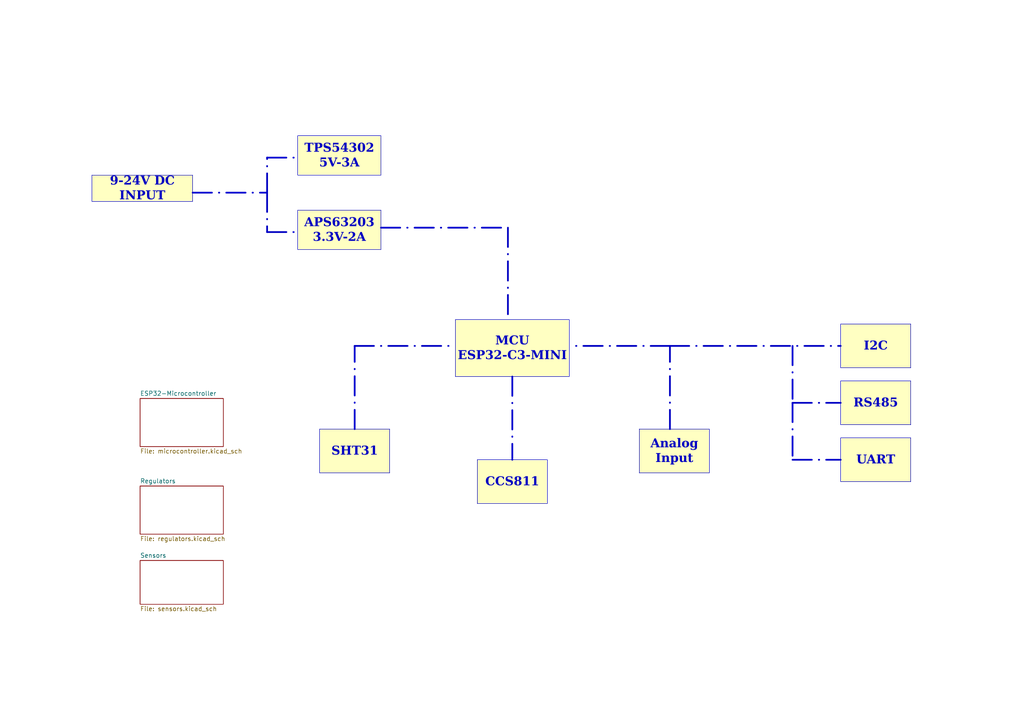
<source format=kicad_sch>
(kicad_sch
	(version 20250114)
	(generator "eeschema")
	(generator_version "9.0")
	(uuid "04318c0c-87b8-43b7-b5c8-b29744b72512")
	(paper "A4")
	(title_block
		(title "Block Diagram and Sheet's")
		(date "2025-03-16")
		(comment 3 "Yusuf Karabocek")
		(comment 4 "Designed by")
	)
	(lib_symbols)
	(text_box "SHT31"
		(exclude_from_sim no)
		(at 92.71 124.46 0)
		(size 20.32 12.7)
		(margins 0.9525 0.9525 0.9525 0.9525)
		(stroke
			(width 0)
			(type solid)
		)
		(fill
			(type color)
			(color 255 255 194 1)
		)
		(effects
			(font
				(face "Times New Roman")
				(size 2.54 2.54)
				(bold yes)
			)
		)
		(uuid "1abf8148-e51d-4957-973e-6e543ea80e90")
	)
	(text_box "MCU \nESP32-C3-MINI\n"
		(exclude_from_sim no)
		(at 132.08 92.71 0)
		(size 33.02 16.51)
		(margins 0.9525 0.9525 0.9525 0.9525)
		(stroke
			(width 0)
			(type solid)
		)
		(fill
			(type color)
			(color 255 255 194 1)
		)
		(effects
			(font
				(face "Times New Roman")
				(size 2.54 2.54)
				(bold yes)
			)
		)
		(uuid "3d2282ae-ce2a-4806-afbe-145d16882397")
	)
	(text_box "CCS811\n"
		(exclude_from_sim no)
		(at 138.43 133.35 0)
		(size 20.32 12.7)
		(margins 0.9525 0.9525 0.9525 0.9525)
		(stroke
			(width 0)
			(type solid)
		)
		(fill
			(type color)
			(color 255 255 194 1)
		)
		(effects
			(font
				(face "Times New Roman")
				(size 2.54 2.54)
				(bold yes)
			)
		)
		(uuid "467ffdd0-566e-4e85-a343-3d180c82c714")
	)
	(text_box "APS63203\n3.3V-2A"
		(exclude_from_sim no)
		(at 86.36 60.96 0)
		(size 24.13 11.43)
		(margins 0.9525 0.9525 0.9525 0.9525)
		(stroke
			(width 0)
			(type solid)
		)
		(fill
			(type color)
			(color 255 255 194 1)
		)
		(effects
			(font
				(face "Times New Roman")
				(size 2.54 2.54)
				(bold yes)
			)
		)
		(uuid "4b7be8d4-612b-4e1f-a400-7b719aaccd5a")
	)
	(text_box "I2C\n"
		(exclude_from_sim no)
		(at 243.84 93.98 0)
		(size 20.32 12.7)
		(margins 0.9525 0.9525 0.9525 0.9525)
		(stroke
			(width 0)
			(type solid)
		)
		(fill
			(type color)
			(color 255 255 194 1)
		)
		(effects
			(font
				(face "Times New Roman")
				(size 2.54 2.54)
				(bold yes)
			)
		)
		(uuid "6161a6f3-19f4-450b-a31d-e1cfe65adf6d")
	)
	(text_box "Analog Input"
		(exclude_from_sim no)
		(at 185.42 124.46 0)
		(size 20.32 12.7)
		(margins 0.9525 0.9525 0.9525 0.9525)
		(stroke
			(width 0)
			(type solid)
		)
		(fill
			(type color)
			(color 255 255 194 1)
		)
		(effects
			(font
				(face "Times New Roman")
				(size 2.54 2.54)
				(bold yes)
			)
		)
		(uuid "62ebfc84-53c8-454d-803b-e2e63aeb9efc")
	)
	(text_box "UART\n"
		(exclude_from_sim no)
		(at 243.84 127 0)
		(size 20.32 12.7)
		(margins 0.9525 0.9525 0.9525 0.9525)
		(stroke
			(width 0)
			(type solid)
		)
		(fill
			(type color)
			(color 255 255 194 1)
		)
		(effects
			(font
				(face "Times New Roman")
				(size 2.54 2.54)
				(bold yes)
			)
		)
		(uuid "98549ff8-b1a4-4fd0-9947-c3a63736a204")
	)
	(text_box "9-24V DC INPUT\n\n"
		(exclude_from_sim no)
		(at 26.67 50.8 0)
		(size 29.21 7.62)
		(margins 0.9525 0.9525 0.9525 0.9525)
		(stroke
			(width 0)
			(type solid)
		)
		(fill
			(type color)
			(color 255 255 194 1)
		)
		(effects
			(font
				(face "Times New Roman")
				(size 2.54 2.54)
				(bold yes)
			)
		)
		(uuid "9a7ab998-23f2-4d4d-b5a8-a9e470e8defc")
	)
	(text_box "TPS54302\n5V-3A\n"
		(exclude_from_sim no)
		(at 86.36 39.37 0)
		(size 24.13 11.43)
		(margins 0.9525 0.9525 0.9525 0.9525)
		(stroke
			(width 0)
			(type solid)
		)
		(fill
			(type color)
			(color 255 255 194 1)
		)
		(effects
			(font
				(face "Times New Roman")
				(size 2.54 2.54)
				(bold yes)
			)
		)
		(uuid "d218c48f-fdde-4c9c-8eda-ba7d7129dee8")
	)
	(text_box "RS485\n"
		(exclude_from_sim no)
		(at 243.84 110.49 0)
		(size 20.32 12.7)
		(margins 0.9525 0.9525 0.9525 0.9525)
		(stroke
			(width 0)
			(type solid)
		)
		(fill
			(type color)
			(color 255 255 194 1)
		)
		(effects
			(font
				(face "Times New Roman")
				(size 2.54 2.54)
				(bold yes)
			)
		)
		(uuid "f246096f-e674-4a1f-af15-dd2fa8ffe498")
	)
	(polyline
		(pts
			(xy 77.47 45.72) (xy 86.36 45.72)
		)
		(stroke
			(width 0.508)
			(type dash_dot)
		)
		(uuid "1f0eafee-39e6-4732-9ad2-8d5acdebbd41")
	)
	(polyline
		(pts
			(xy 194.31 100.33) (xy 165.1 100.33)
		)
		(stroke
			(width 0.508)
			(type dash_dot)
		)
		(uuid "2cf2f7a4-b3ff-4480-901f-9cd26e9d4a3c")
	)
	(polyline
		(pts
			(xy 102.87 100.33) (xy 132.08 100.33)
		)
		(stroke
			(width 0.508)
			(type dash_dot)
		)
		(uuid "3130b467-fa18-4f06-b6cc-11f04494e54e")
	)
	(polyline
		(pts
			(xy 110.49 66.04) (xy 147.32 66.04)
		)
		(stroke
			(width 0.508)
			(type dash_dot)
		)
		(uuid "39159c1c-26b8-43e1-85a6-340f6ea0d278")
	)
	(polyline
		(pts
			(xy 194.31 100.33) (xy 243.84 100.33)
		)
		(stroke
			(width 0.508)
			(type dash_dot)
		)
		(uuid "564a2a1a-f499-43a3-b1b8-6290d4151cd1")
	)
	(polyline
		(pts
			(xy 229.87 116.84) (xy 243.84 116.84)
		)
		(stroke
			(width 0.508)
			(type dash_dot)
		)
		(uuid "69ce01e0-6a9e-4814-98d1-b956c351f7ea")
	)
	(polyline
		(pts
			(xy 77.47 67.31) (xy 86.36 67.31)
		)
		(stroke
			(width 0.508)
			(type dash_dot)
		)
		(uuid "781b6307-ad98-496e-baaf-cb996de22cde")
	)
	(polyline
		(pts
			(xy 147.32 66.04) (xy 147.32 92.71)
		)
		(stroke
			(width 0.508)
			(type dash_dot)
		)
		(uuid "816f89d4-36b1-429e-bf15-2c68b965d65e")
	)
	(polyline
		(pts
			(xy 102.87 124.46) (xy 102.87 100.33)
		)
		(stroke
			(width 0.508)
			(type dash_dot)
		)
		(uuid "89ca55b9-67f9-45f6-a736-fecfa37c77e0")
	)
	(polyline
		(pts
			(xy 194.31 124.46) (xy 194.31 100.33)
		)
		(stroke
			(width 0.508)
			(type dash_dot)
		)
		(uuid "8a1fa6b5-3313-4ae8-9f86-681fde5ff1bc")
	)
	(polyline
		(pts
			(xy 229.87 133.35) (xy 243.84 133.35)
		)
		(stroke
			(width 0.508)
			(type dash_dot)
		)
		(uuid "8f6a3136-c670-4894-ad0a-af7a36743ada")
	)
	(polyline
		(pts
			(xy 148.59 109.22) (xy 148.59 133.35)
		)
		(stroke
			(width 0.508)
			(type dash_dot)
		)
		(uuid "b62b1e00-de86-4d36-ae3f-3be605ba999d")
	)
	(polyline
		(pts
			(xy 229.87 116.84) (xy 229.87 133.35)
		)
		(stroke
			(width 0.508)
			(type dash_dot)
		)
		(uuid "c6fb2671-c2f7-4415-8b4c-c0113053ada9")
	)
	(polyline
		(pts
			(xy 77.47 55.88) (xy 77.47 45.72)
		)
		(stroke
			(width 0.508)
			(type dash_dot)
		)
		(uuid "e8638e98-e3b0-415a-bdc7-0e3125325ab2")
	)
	(polyline
		(pts
			(xy 77.47 55.88) (xy 77.47 67.31)
		)
		(stroke
			(width 0.508)
			(type dash_dot)
		)
		(uuid "ed68dcef-5a87-49d6-b952-c43b063e5b6f")
	)
	(polyline
		(pts
			(xy 229.87 100.33) (xy 229.87 116.84)
		)
		(stroke
			(width 0.508)
			(type dash_dot)
		)
		(uuid "f5b0ec3d-f904-4c66-9733-006e39de0c63")
	)
	(polyline
		(pts
			(xy 55.88 55.88) (xy 77.47 55.88)
		)
		(stroke
			(width 0.508)
			(type dash_dot)
		)
		(uuid "f914aedd-79bc-429d-ba44-a1c8625771f1")
	)
	(sheet
		(at 40.64 162.56)
		(size 24.13 12.7)
		(exclude_from_sim no)
		(in_bom yes)
		(on_board yes)
		(dnp no)
		(fields_autoplaced yes)
		(stroke
			(width 0.1524)
			(type solid)
		)
		(fill
			(color 0 0 0 0.0000)
		)
		(uuid "11e07fa9-6fb6-4fd6-8ca4-d642fafdf6c5")
		(property "Sheetname" "Sensors"
			(at 40.64 161.8484 0)
			(effects
				(font
					(size 1.27 1.27)
				)
				(justify left bottom)
			)
		)
		(property "Sheetfile" "sensors.kicad_sch"
			(at 40.64 175.8446 0)
			(effects
				(font
					(size 1.27 1.27)
				)
				(justify left top)
			)
		)
		(instances
			(project "Endüstriyel Sensör Modülü"
				(path "/04318c0c-87b8-43b7-b5c8-b29744b72512"
					(page "4")
				)
			)
		)
	)
	(sheet
		(at 40.64 115.57)
		(size 24.13 13.97)
		(exclude_from_sim no)
		(in_bom yes)
		(on_board yes)
		(dnp no)
		(fields_autoplaced yes)
		(stroke
			(width 0.1524)
			(type solid)
		)
		(fill
			(color 0 0 0 0.0000)
		)
		(uuid "1de731bd-89ab-4ecb-ae25-4b3931e3d4b1")
		(property "Sheetname" "ESP32-Microcontroller"
			(at 40.64 114.8584 0)
			(effects
				(font
					(size 1.27 1.27)
				)
				(justify left bottom)
			)
		)
		(property "Sheetfile" "microcontroller.kicad_sch"
			(at 40.64 130.1246 0)
			(effects
				(font
					(size 1.27 1.27)
				)
				(justify left top)
			)
		)
		(instances
			(project "Endüstriyel Sensör Modülü"
				(path "/04318c0c-87b8-43b7-b5c8-b29744b72512"
					(page "2")
				)
			)
		)
	)
	(sheet
		(at 40.64 140.97)
		(size 24.13 13.97)
		(exclude_from_sim no)
		(in_bom yes)
		(on_board yes)
		(dnp no)
		(fields_autoplaced yes)
		(stroke
			(width 0.1524)
			(type solid)
		)
		(fill
			(color 0 0 0 0.0000)
		)
		(uuid "b89644d1-2d80-44d4-a302-f8cc3fa19125")
		(property "Sheetname" "Regulators"
			(at 40.64 140.2584 0)
			(effects
				(font
					(size 1.27 1.27)
				)
				(justify left bottom)
			)
		)
		(property "Sheetfile" "regulators.kicad_sch"
			(at 40.64 155.5246 0)
			(effects
				(font
					(size 1.27 1.27)
				)
				(justify left top)
			)
		)
		(instances
			(project "Endüstriyel Sensör Modülü"
				(path "/04318c0c-87b8-43b7-b5c8-b29744b72512"
					(page "3")
				)
			)
		)
	)
	(sheet_instances
		(path "/"
			(page "1")
		)
	)
	(embedded_fonts no)
)

</source>
